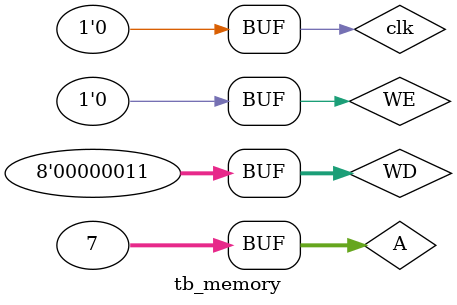
<source format=sv>
module tb_memory();
	logic clk,WE;
	logic [31:0] A;
	logic [7:0] WD,RD;
	
	// instantiate device to be tested 
	memory dut(clk,WE,A,WD,RD);
	
	// initialize test 
	initial 
		begin  
			A <= 0;
		end
		
	always 
		begin 
			clk <= 1; 
			# 5; 
			clk <= 0; 
			# 5;
		end
		
	always 
		begin 
		// Test write without Write Enabled
			# 10;
			A  <= 32'b00;
			WE <= 0;
			WD <= 2'h001;
			#10;
			A  <= 32'b00;
			
		// Write n to address[n]
			# 10; 
			A  <= 32'b00;
			WE <= 1;
			WD <= 2'h01;
			# 10; 
			A  <= 32'b01;
			WE <= 1;
			WD <= 2'h02;
			# 10; 
			A  <= 32'b10;
			WE <= 1;
			WD <= 2'h03;
			# 10;	
			
		// Read address[n]
			# 10; 
			A  <= 32'b00;
			WE <= 0;
			# 10; 
			A  <= 32'b01;
			# 10; 
			A  <= 32'b10;
			# 10;
			A  <= 32'b111;
			# 10;
			
		end

endmodule 
</source>
